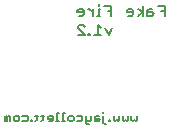
<source format=gbo>
G75*
G70*
%OFA0B0*%
%FSLAX24Y24*%
%IPPOS*%
%LPD*%
%AMOC8*
5,1,8,0,0,1.08239X$1,22.5*
%
%ADD10C,0.0050*%
%ADD11C,0.0060*%
D10*
X007981Y001001D02*
X007981Y001136D01*
X008026Y001181D01*
X008071Y001136D01*
X008071Y001001D01*
X008161Y001001D02*
X008161Y001181D01*
X008116Y001181D01*
X008071Y001136D01*
X008276Y001136D02*
X008321Y001181D01*
X008411Y001181D01*
X008456Y001136D01*
X008456Y001046D01*
X008411Y001001D01*
X008321Y001001D01*
X008276Y001046D01*
X008276Y001136D01*
X008570Y001181D02*
X008705Y001181D01*
X008750Y001136D01*
X008750Y001046D01*
X008705Y001001D01*
X008570Y001001D01*
X008853Y001001D02*
X008898Y001001D01*
X008898Y001046D01*
X008853Y001046D01*
X008853Y001001D01*
X009004Y001001D02*
X009049Y001046D01*
X009049Y001226D01*
X009094Y001181D02*
X009004Y001181D01*
X009200Y001181D02*
X009291Y001181D01*
X009246Y001226D02*
X009246Y001046D01*
X009200Y001001D01*
X009405Y001091D02*
X009585Y001091D01*
X009585Y001046D02*
X009585Y001136D01*
X009540Y001181D01*
X009450Y001181D01*
X009405Y001136D01*
X009405Y001091D01*
X009450Y001001D02*
X009540Y001001D01*
X009585Y001046D01*
X009692Y001001D02*
X009782Y001001D01*
X009737Y001001D02*
X009737Y001271D01*
X009782Y001271D01*
X009933Y001271D02*
X009933Y001001D01*
X009978Y001001D02*
X009888Y001001D01*
X010093Y001046D02*
X010093Y001136D01*
X010138Y001181D01*
X010228Y001181D01*
X010273Y001136D01*
X010273Y001046D01*
X010228Y001001D01*
X010138Y001001D01*
X010093Y001046D01*
X010387Y001001D02*
X010522Y001001D01*
X010567Y001046D01*
X010567Y001136D01*
X010522Y001181D01*
X010387Y001181D01*
X010682Y001181D02*
X010682Y000956D01*
X010727Y000911D01*
X010772Y000911D01*
X010817Y001001D02*
X010682Y001001D01*
X010817Y001001D02*
X010862Y001046D01*
X010862Y001181D01*
X010976Y001136D02*
X010976Y001001D01*
X011112Y001001D01*
X011157Y001046D01*
X011112Y001091D01*
X010976Y001091D01*
X010976Y001136D02*
X011021Y001181D01*
X011112Y001181D01*
X011263Y001181D02*
X011263Y000956D01*
X011308Y000911D01*
X011353Y000911D01*
X011455Y001001D02*
X011500Y001001D01*
X011500Y001046D01*
X011455Y001046D01*
X011455Y001001D01*
X011615Y001046D02*
X011615Y001181D01*
X011795Y001181D02*
X011795Y001046D01*
X011750Y001001D01*
X011705Y001046D01*
X011660Y001001D01*
X011615Y001046D01*
X011909Y001046D02*
X011909Y001181D01*
X012090Y001181D02*
X012090Y001046D01*
X012045Y001001D01*
X012000Y001046D01*
X011955Y001001D01*
X011909Y001046D01*
X012204Y001046D02*
X012204Y001181D01*
X012384Y001181D02*
X012384Y001046D01*
X012339Y001001D01*
X012294Y001046D01*
X012249Y001001D01*
X012204Y001046D01*
X011263Y001271D02*
X011263Y001316D01*
X009978Y001271D02*
X009933Y001271D01*
D11*
X010414Y003876D02*
X010641Y003876D01*
X010414Y004103D01*
X010414Y004159D01*
X010470Y004216D01*
X010584Y004216D01*
X010641Y004159D01*
X011080Y004216D02*
X011080Y003876D01*
X011193Y003876D02*
X010966Y003876D01*
X010825Y003876D02*
X010768Y003876D01*
X010768Y003933D01*
X010825Y003933D01*
X010825Y003876D01*
X011334Y004103D02*
X011448Y003876D01*
X011561Y004103D01*
X011193Y004103D02*
X011080Y004216D01*
X011106Y004526D02*
X011106Y004753D01*
X011163Y004753D01*
X010917Y004753D02*
X010917Y004526D01*
X011049Y004526D02*
X011163Y004526D01*
X011531Y004526D02*
X011531Y004866D01*
X011304Y004866D01*
X011106Y004866D02*
X011106Y004923D01*
X010917Y004639D02*
X010804Y004753D01*
X010747Y004753D01*
X010610Y004696D02*
X010554Y004753D01*
X010440Y004753D01*
X010384Y004696D01*
X010384Y004639D01*
X010610Y004639D01*
X010610Y004583D02*
X010610Y004696D01*
X010610Y004583D02*
X010554Y004526D01*
X010440Y004526D01*
X011418Y004696D02*
X011531Y004696D01*
X012041Y004696D02*
X012041Y004639D01*
X012268Y004639D01*
X012268Y004583D02*
X012268Y004696D01*
X012211Y004753D01*
X012098Y004753D01*
X012041Y004696D01*
X012211Y004526D02*
X012268Y004583D01*
X012211Y004526D02*
X012098Y004526D01*
X012405Y004526D02*
X012575Y004639D01*
X012405Y004753D01*
X012716Y004696D02*
X012716Y004526D01*
X012886Y004526D01*
X012943Y004583D01*
X012886Y004639D01*
X012716Y004639D01*
X012716Y004696D02*
X012773Y004753D01*
X012886Y004753D01*
X013198Y004696D02*
X013311Y004696D01*
X013311Y004526D02*
X013311Y004866D01*
X013084Y004866D01*
X012575Y004866D02*
X012575Y004526D01*
M02*

</source>
